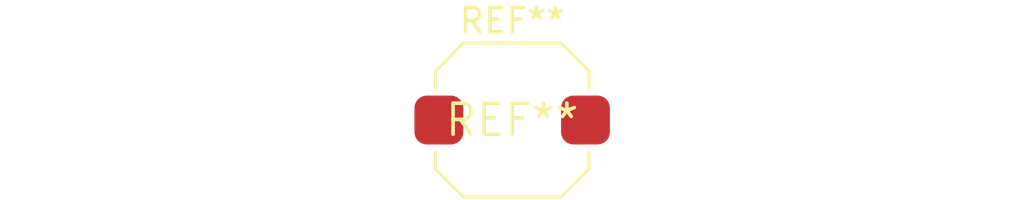
<source format=kicad_pcb>
(kicad_pcb (version 20240108) (generator pcbnew)
  (layers (0 "F.Cu" signal) (31 "B.Cu" signal) (34 "B.Paste" user) (35 "F.Paste" user) (36 "B.SilkS" user "B.Silkscreen") (37 "F.SilkS" user "F.Silkscreen") (38 "B.Mask" user) (39 "F.Mask" user) (44 "Edge.Cuts" user))
  (net 0 "")
  (footprint "SW_Push_1TS009xxxx-xxxx-xxxx_6x6x5mm" (layer "F.Cu") (at 0 0)
    (property "Reference" "REF**")
    (property "Value" "SW_Push_1TS009xxxx-xxxx-xxxx_6x6x5mm")
    (fp_line (start -3.15 -1.981) (end -2 -3.15) (layer "F.SilkS") (stroke (width 0.12)))
    (fp_line (start -3.15 -1.3) (end -3.15 -1.981) (layer "F.SilkS") (stroke (width 0.12)))
    (fp_line (start -3.15 1.3) (end -3.15 2) (layer "F.SilkS") (stroke (width 0.12)))
    (fp_line (start -3.15 2) (end -2 3.15) (layer "F.SilkS") (stroke (width 0.12)))
    (fp_line (start -2 -3.15) (end 2 -3.15) (layer "F.SilkS") (stroke (width 0.12)))
    (fp_line (start -2 3.15) (end 2 3.15) (layer "F.SilkS") (stroke (width 0.12)))
    (fp_line (start 2 -3.15) (end 3.15 -2) (layer "F.SilkS") (stroke (width 0.12)))
    (fp_line (start 2 3.15) (end 3.15 2) (layer "F.SilkS") (stroke (width 0.12)))
    (fp_line (start 3.15 -2) (end 3.15 -1.3) (layer "F.SilkS") (stroke (width 0.12)))
    (fp_line (start 3.15 2) (end 3.15 1.3) (layer "F.SilkS") (stroke (width 0.12)))
    (fp_text user "REF**" (at 0 -4.064 0) (layer "F.SilkS"))
    (pad "1" smd roundrect (at -3 0) (size 2 2) (layers "F.Cu" "F.Paste" "F.Mask"))
    (pad "2" smd roundrect (at 3 0) (size 2 2) (layers "F.Cu" "F.Paste" "F.Mask"))
  )
)
</source>
